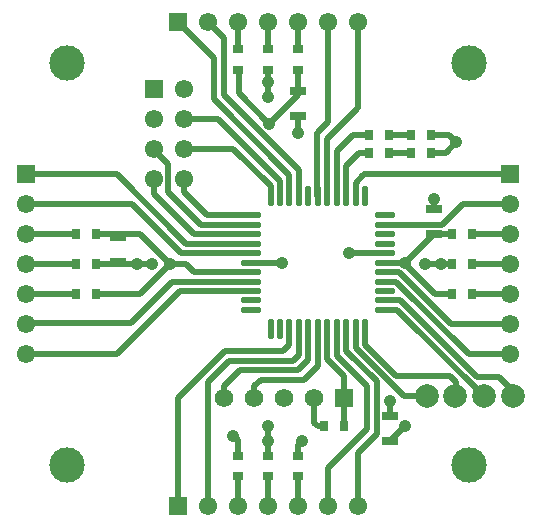
<source format=gtl>
%FSLAX33Y33*%
%MOMM*%
%AMRect-W670710-H1320710-RO1.500*
21,1,0.67071,1.32071,0.,0.,90*%
%AMRR-H1749999-W549999-R274999-RO1.500*
21,1,0.000001,1.749999,0.,0.,90*
21,1,0.549999,1.200001,0.,0.,90*
1,1,0.549998,-0.6000005,-0.0000005*
1,1,0.549998,-0.6000005,0.0000005*
1,1,0.549998,0.6000005,0.0000005*
1,1,0.549998,0.6000005,-0.0000005*%
%AMRR-H1749999-W549999-R274999-RO0.000*
21,1,0.000001,1.749999,0.,0.,360*
21,1,0.549999,1.200001,0.,0.,360*
1,1,0.549998,-0.0000005,0.6000005*
1,1,0.549998,0.0000005,0.6000005*
1,1,0.549998,0.0000005,-0.6000005*
1,1,0.549998,-0.0000005,-0.6000005*%
%AMRect-W670710-H870710-RO1.000*
21,1,0.67071,0.87071,0.,0.,180*%
%AMRect-W1550000-H1550000-RO0.500*
21,1,1.55,1.55,0.,0.,270*%
%AMRect-W670710-H1320710-RO0.500*
21,1,0.67071,1.32071,0.,0.,270*%
%AMRect-W1570000-H1570000-RO1.000*
21,1,1.57,1.57,0.,0.,180*%
%AMRect-W670710-H870710-RO1.500*
21,1,0.67071,0.87071,0.,0.,90*%
%AMRect-W670710-H870710-RO0.500*
21,1,0.67071,0.87071,0.,0.,270*%
%ADD10C,0.508*%
%ADD11C,1.0668*%
%ADD12R,0.67071X0.87071*%
%ADD13C,2.*%
%ADD14Rect-W670710-H1320710-RO1.500*%
%ADD15RR-H1749999-W549999-R274999-RO1.500*%
%ADD16RR-H1749999-W549999-R274999-RO0.000*%
%ADD17R,1.55X1.55*%
%ADD18C,1.55*%
%ADD19C,3.*%
%ADD20Rect-W670710-H870710-RO1.000*%
%ADD21C,1.55*%
%ADD22Rect-W1550000-H1550000-RO0.500*%
%ADD23Rect-W670710-H1320710-RO0.500*%
%ADD24C,1.57*%
%ADD25Rect-W1570000-H1570000-RO1.000*%
%ADD26Rect-W670710-H870710-RO1.500*%
%ADD27Rect-W670710-H870710-RO0.500*%
D10*
%LNtop copper_traces*%
G01*
X11125Y-0675D02*
X15530Y-5080D01*
X-8250Y0D02*
X-6925Y0D01*
X6625Y-7350D02*
X9200Y-9925D01*
X2540Y14290D02*
X0125Y11875D01*
X-2915Y9715D02*
X-7130Y9715D01*
X2625Y-7650D02*
X2100Y-8175D01*
X15950Y10300D02*
X15050Y9400D01*
X5025Y-8030D02*
X6480Y-9485D01*
X2625Y-5525D02*
X2625Y-7650D01*
X-8075Y-1475D02*
X-11625Y-5025D01*
X2540Y-16275D02*
X2540Y-15335D01*
X1025Y7010D02*
X-4220Y12255D01*
X-12795Y7620D02*
X-6900Y1725D01*
X16995Y-7620D02*
X20500Y-7620D01*
X7620Y-15960D02*
X9200Y-14380D01*
X-11625Y-5025D02*
X-20375Y-5025D01*
X2540Y20500D02*
X2540Y18175D01*
X14745Y3325D02*
X16500Y5080D01*
X-20500Y7620D02*
X-12795Y7620D01*
X5025Y-5525D02*
X5025Y-8030D01*
X9875Y-3875D02*
X10975Y-3875D01*
X-1425Y-2275D02*
X-7450Y-2275D01*
X-8449Y6099D02*
X-5675Y3325D01*
X-3680Y-11350D02*
X-3680Y-10325D01*
X-20395Y-7620D02*
X-12795Y-7620D01*
X-1140Y-10325D02*
X-0595Y-9780D01*
X5025Y10590D02*
X7551Y13116D01*
X2625Y8000D02*
X2625Y5775D01*
X-20500Y5080D02*
X-11480Y5080D01*
X-5080Y-10005D02*
X-3250Y-8175D01*
X17710Y-9575D02*
X19550Y-9575D01*
X1825Y5775D02*
X1825Y7575D01*
X13800Y10950D02*
X15300Y10950D01*
X5075Y12025D02*
X5075Y12700D01*
X15050Y9400D02*
X13800Y9400D01*
X-2540Y-16275D02*
X-2540Y-14910D01*
X-7325Y0925D02*
X-1425Y0925D01*
X-20500Y2540D02*
X-16250Y2540D01*
X-5675Y3325D02*
X-1425Y3325D01*
X-4220Y12255D02*
X-7130Y12255D01*
X2540Y12525D02*
X2540Y11075D01*
X0Y-17975D02*
X0Y-20500D01*
X-7620Y-20500D02*
X-7620Y-11370D01*
X9200Y-14380D02*
X9200Y-9925D01*
X3070Y-9780D02*
X4225Y-8625D01*
X17325Y-2540D02*
X20500Y-2540D01*
X17325Y0D02*
X20500Y0D01*
X-8449Y6099D02*
X-8449Y8459D01*
X-1425Y4125D02*
X-5125Y4125D01*
X2100Y-8175D02*
X-3250Y-8175D01*
X11210Y-3075D02*
X17710Y-9575D01*
X7700Y9400D02*
X6625Y8325D01*
X9875Y0925D02*
X6900Y0925D01*
X-20500Y0D02*
X-16250Y0D01*
X9875Y3325D02*
X14745Y3325D01*
X15425Y-9450D02*
X15950Y-9975D01*
X7620Y-20500D02*
X7620Y-15960D01*
X11635Y0D02*
X14175Y-2540D01*
X-6925Y0D02*
X-6250Y-0675D01*
X-3700Y14325D02*
X2625Y8000D01*
X-14550Y2540D02*
X-10790Y2540D01*
X-3700Y14325D02*
X-3700Y19120D01*
X8225Y-6825D02*
X10850Y-9450D01*
X4780Y-13700D02*
X4350Y-13700D01*
X10850Y-1475D02*
X16995Y-7620D01*
X-2540Y-14910D02*
X-2925Y-14525D01*
X9875Y0125D02*
X11635Y0125D01*
X12100Y10950D02*
X10260Y10950D01*
X6625Y-5525D02*
X6625Y-7350D01*
X-5080Y20500D02*
X-3700Y19120D01*
X6625Y6125D02*
X6625Y8325D01*
X2540Y-17975D02*
X2540Y-20500D01*
X7425Y-7084D02*
X11541Y-11200D01*
X8375Y-13940D02*
X8375Y-10300D01*
X-11480Y5080D02*
X-7325Y0925D01*
X6480Y-13700D02*
X6480Y-9485D01*
X7700Y9400D02*
X8560Y9400D01*
X0125Y11875D02*
X-2475Y14475D01*
X2540Y-15335D02*
X2900Y-14975D01*
X-6250Y2525D02*
X-1425Y2525D01*
X14175Y-2540D02*
X15625Y-2540D01*
X5825Y-5525D02*
X5825Y-7750D01*
X-8449Y8459D02*
X-9670Y9680D01*
X-7130Y6130D02*
X-7130Y7175D01*
X-10790Y-2540D02*
X-8250Y0D01*
X7425Y6900D02*
X8075Y7550D01*
X14050Y4750D02*
X14050Y5550D01*
X-9670Y5945D02*
X-6250Y2525D01*
X-7130Y6130D02*
X-5125Y4125D01*
X-2475Y14475D02*
X-2475Y16475D01*
X8145Y7620D02*
X20500Y7620D01*
X-4575Y13975D02*
X1825Y7575D01*
X1300Y-7375D02*
X-3625Y-7375D01*
X-2540Y18225D02*
X-2540Y20650D01*
X5825Y9550D02*
X7225Y10950D01*
X15530Y-5080D02*
X20500Y-5080D01*
X5825Y5775D02*
X5825Y9550D01*
X19550Y-9575D02*
X20725Y-10750D01*
X3940Y-13415D02*
X3940Y-11360D01*
X8560Y10950D02*
X7225Y10950D01*
X5080Y-17235D02*
X5080Y-20500D01*
X4225Y-8625D02*
X4225Y-5525D01*
X-1425Y-1475D02*
X-8075Y-1475D01*
X-20500Y-2540D02*
X-16250Y-2540D01*
X9875Y-1475D02*
X10850Y-1475D01*
X10850Y-9450D02*
X15425Y-9450D01*
X-10790Y2540D02*
X-8250Y0D01*
X1025Y6575D02*
X1025Y7010D01*
X8225Y-5525D02*
X8225Y-6825D01*
X0225Y5775D02*
X0225Y6575D01*
X9875Y-3075D02*
X11210Y-3075D01*
X-1140Y-11350D02*
X-1140Y-10325D01*
X9700Y-0675D02*
X11125Y-0675D01*
X-3680Y-10325D02*
X-2350Y-8995D01*
X-2540Y-17975D02*
X-2540Y-20500D01*
X-7620Y20500D02*
X-4575Y17455D01*
X4225Y11175D02*
X5075Y12025D01*
X-14550Y-2540D02*
X-10790Y-2540D01*
X-9670Y5945D02*
X-9670Y7175D01*
X11541Y-11200D02*
X13450Y-11200D01*
X-14550Y0D02*
X-9975Y0D01*
X1825Y-6850D02*
X1300Y-7375D01*
X4125Y5775D02*
X4125Y11075D01*
X0Y18175D02*
X0Y20500D01*
X1825Y-6850D02*
X1825Y-5525D01*
X-2350Y-8995D02*
X2550Y-8995D01*
X15950Y-9975D02*
X15950Y-11200D01*
X5825Y-7750D02*
X8375Y-10300D01*
X11635Y0125D02*
X14050Y2540D01*
X12100Y9400D02*
X10260Y9400D01*
X0Y14150D02*
X0Y16475D01*
X7620Y20500D02*
X7620Y13185D01*
X5025Y5775D02*
X5025Y10590D01*
X-4575Y13975D02*
X-4575Y17455D01*
X7425Y5775D02*
X7425Y6900D01*
X18300Y-11200D02*
X10975Y-3875D01*
X16500Y5080D02*
X20500Y5080D01*
X2540Y16475D02*
X2540Y14290D01*
X-1525Y0125D02*
X1200Y0125D01*
X0Y-15975D02*
X0Y-13700D01*
X7425Y-7084D02*
X7425Y-5525D01*
X-6250Y-0675D02*
X-1565Y-0675D01*
X-12795Y-7620D02*
X-7450Y-2275D01*
X5080Y-17235D02*
X8375Y-13940D01*
X5080Y20500D02*
X5080Y12605D01*
X14050Y2540D02*
X15625Y2540D01*
X-1425Y1725D02*
X-6900Y1725D01*
X17325Y2540D02*
X20500Y2540D01*
X3425Y-5525D02*
X3425Y-8120D01*
X15300Y10950D02*
X15950Y10300D01*
X13325Y0D02*
X15625Y0D01*
X3425Y-8120D02*
X2550Y-8995D01*
X-5080Y-20375D02*
X-5080Y-10005D01*
X-0595Y-9780D02*
X3070Y-9780D01*
X4225Y-13700D02*
X3940Y-13415D01*
X10375Y-12875D02*
X10375Y-11625D01*
X0225Y6575D02*
X-2915Y9715D01*
X-7620Y-11370D02*
X-3625Y-7375D01*
X10375Y-14975D02*
X11635Y-13715D01*
D11*
X0Y15425D03*
X2540Y11075D03*
X11635Y-13715D03*
X14700Y0D03*
X11635Y0125D03*
X10375Y-11625D03*
X-9825Y0D03*
X14050Y5550D03*
X-2925Y-14525D03*
X2900Y-14975D03*
X15950Y10300D03*
X0Y-13700D03*
X0125Y11875D03*
X13325Y0D03*
X0Y14150D03*
X6900Y0925D03*
X0Y-15000D03*
X-8250Y0D03*
X1200Y0125D03*
X-11100Y0D03*
%LNtop copper component 70b09bb2818ad89b*%
D12*
X8560Y10950D03*
X10260Y10950D03*
%LNtop copper component 758c28ff392b9352*%
D13*
X13450Y-11200D03*
%LNtop copper component 34026410a5ddb421*%
X15875Y-11200D03*
%LNtop copper component acdc2106e7d7a5b5*%
D14*
X14050Y2540D03*
X14050Y4640D03*
%LNtop copper component bbcc82406b5c7a3e*%
D15*
X-1425Y4125D03*
X-1425Y3325D03*
X-1425Y2525D03*
X-1425Y1725D03*
X-1425Y0925D03*
X-1425Y0125D03*
X-1425Y-0675D03*
X-1425Y-1475D03*
X-1425Y-2275D03*
X-1425Y-3075D03*
X-1425Y-3875D03*
D16*
X0225Y-5525D03*
X1025Y-5525D03*
X1825Y-5525D03*
X2625Y-5525D03*
X3425Y-5525D03*
X4225Y-5525D03*
X5025Y-5525D03*
X5825Y-5525D03*
X6625Y-5525D03*
X7425Y-5525D03*
X8225Y-5525D03*
D15*
X9875Y-3875D03*
X9875Y-3075D03*
X9875Y-2275D03*
X9875Y-1475D03*
X9875Y-0675D03*
X9875Y0125D03*
X9875Y0925D03*
X9875Y1725D03*
X9875Y2525D03*
X9875Y3325D03*
X9875Y4125D03*
D16*
X8225Y5775D03*
X7425Y5775D03*
X6625Y5775D03*
X5825Y5775D03*
X5025Y5775D03*
X4225Y5775D03*
X3425Y5775D03*
X2625Y5775D03*
X1825Y5775D03*
X1025Y5775D03*
X0225Y5775D03*
%LNtop copper component 15549c4d6476ebc2*%
D17*
X-7620Y-20500D03*
D18*
X-5080Y-20500D03*
X-2540Y-20500D03*
X0Y-20500D03*
X2540Y-20500D03*
X5080Y-20500D03*
X7620Y-20500D03*
%LNtop copper component 9a7af9ef625a31f3*%
D19*
X-17000Y17000D03*
%LNtop copper component bba7707cb7d91c3d*%
D13*
X20725Y-11200D03*
%LNtop copper component fb79a13baf4f1f43*%
D20*
X-14550Y2540D03*
X-16250Y2540D03*
%LNtop copper component 4de30cd1dcff1dec*%
D21*
X-7130Y14795D03*
X-9670Y12255D03*
X-7130Y12255D03*
X-9670Y9715D03*
X-7130Y9715D03*
X-9670Y7175D03*
X-7130Y7175D03*
D22*
X-9670Y14795D03*
%LNtop copper component 582b67b412e03a97*%
D23*
X2540Y14625D03*
X2540Y12525D03*
%LNtop copper component 899d837000a321f6*%
D20*
X-14550Y0D03*
X-16250Y0D03*
%LNtop copper component 4a537383a56f4947*%
D12*
X15625Y-2540D03*
X17325Y-2540D03*
%LNtop copper component 78e04b5164b9cf10*%
D20*
X-14550Y-2540D03*
X-16250Y-2540D03*
%LNtop copper component 5d7ae0faac189a2e*%
D21*
X-20500Y5080D03*
X-20500Y2540D03*
X-20500Y0D03*
X-20500Y-2540D03*
X-20500Y-5080D03*
X-20500Y-7620D03*
D22*
X-20500Y7620D03*
%LNtop copper component 4730e282d6bc8203*%
D19*
X17000Y-17000D03*
%LNtop copper component 5e86fa16ded1a20c*%
D12*
X15625Y2540D03*
X17325Y2540D03*
%LNtop copper component 777d56a3b3942ac7*%
X4780Y-13700D03*
X6480Y-13700D03*
%LNtop copper component 05bb4b2115a262c6*%
D14*
X10375Y-14975D03*
X10375Y-12875D03*
%LNtop copper component bc2a92881df52052*%
D20*
X13800Y10950D03*
X12100Y10950D03*
%LNtop copper component 0a1210c7d4f9c7f0*%
D24*
X3940Y-11350D03*
X1400Y-11350D03*
X-1140Y-11350D03*
X-3680Y-11350D03*
D25*
X6480Y-11350D03*
%LNtop copper component fe63241f9b3ec648*%
D19*
X-17000Y-17000D03*
%LNtop copper component 4c6406aa2c717d39*%
X17000Y17000D03*
%LNtop copper component 919d1acac43f7cf5*%
D23*
X-12715Y2300D03*
X-12715Y0200D03*
%LNtop copper component c1e2ca1b4103e897*%
D26*
X0Y16475D03*
X0Y18175D03*
%LNtop copper component 557e759dcb5dd2a6*%
X2540Y16475D03*
X2540Y18175D03*
%LNtop copper component 55f65207dfb3c681*%
D27*
X-2540Y-16275D03*
X-2540Y-17975D03*
%LNtop copper component a355959bcd360295*%
D21*
X20500Y5080D03*
X20500Y2540D03*
X20500Y0D03*
X20500Y-2540D03*
X20500Y-5080D03*
X20500Y-7620D03*
D22*
X20500Y7620D03*
%LNtop copper component 3a3a2cfcd27fe13b*%
D12*
X15625Y0D03*
X17325Y0D03*
%LNtop copper component dccc935fa88e421f*%
D26*
X-2540Y16475D03*
X-2540Y18175D03*
%LNtop copper component c6258b4cfab3766d*%
D17*
X-7620Y20500D03*
D18*
X-5080Y20500D03*
X-2540Y20500D03*
X0Y20500D03*
X2540Y20500D03*
X5080Y20500D03*
X7620Y20500D03*
%LNtop copper component 6f96558951de62c9*%
D12*
X8560Y9400D03*
X10260Y9400D03*
%LNtop copper component fbd389026ec22525*%
D27*
X0Y-16275D03*
X0Y-17975D03*
%LNtop copper component 88a4d5fcc0e14ff3*%
D20*
X13800Y9400D03*
X12100Y9400D03*
%LNtop copper component 474d5e9ebbd1a6df*%
D27*
X2540Y-16275D03*
X2540Y-17975D03*
%LNtop copper component be1e30dcb6a4a1c2*%
D13*
X18300Y-11200D03*
M02*
</source>
